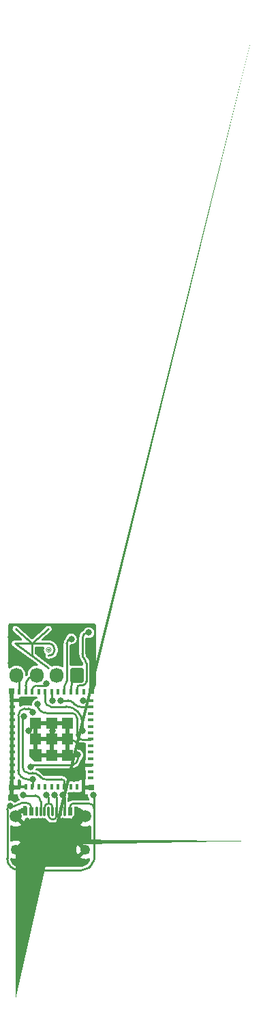
<source format=gbr>
%TF.GenerationSoftware,KiCad,Pcbnew,(6.0.2-0)*%
%TF.CreationDate,2022-03-05T14:11:11+00:00*%
%TF.ProjectId,Generic5,47656e65-7269-4633-952e-6b696361645f,1*%
%TF.SameCoordinates,Original*%
%TF.FileFunction,Copper,L1,Top*%
%TF.FilePolarity,Positive*%
%FSLAX46Y46*%
G04 Gerber Fmt 4.6, Leading zero omitted, Abs format (unit mm)*
G04 Created by KiCad (PCBNEW (6.0.2-0)) date 2022-03-05 14:11:11*
%MOMM*%
%LPD*%
G01*
G04 APERTURE LIST*
G04 Aperture macros list*
%AMRoundRect*
0 Rectangle with rounded corners*
0 $1 Rounding radius*
0 $2 $3 $4 $5 $6 $7 $8 $9 X,Y pos of 4 corners*
0 Add a 4 corners polygon primitive as box body*
4,1,4,$2,$3,$4,$5,$6,$7,$8,$9,$2,$3,0*
0 Add four circle primitives for the rounded corners*
1,1,$1+$1,$2,$3*
1,1,$1+$1,$4,$5*
1,1,$1+$1,$6,$7*
1,1,$1+$1,$8,$9*
0 Add four rect primitives between the rounded corners*
20,1,$1+$1,$2,$3,$4,$5,0*
20,1,$1+$1,$4,$5,$6,$7,0*
20,1,$1+$1,$6,$7,$8,$9,0*
20,1,$1+$1,$8,$9,$2,$3,0*%
%AMOutline5P*
0 Free polygon, 5 corners , with rotation*
0 The origin of the aperture is its center*
0 number of corners: always 5*
0 $1 to $10 corner X, Y*
0 $11 Rotation angle, in degrees counterclockwise*
0 create outline with 5 corners*
4,1,5,$1,$2,$3,$4,$5,$6,$7,$8,$9,$10,$1,$2,$11*%
%AMOutline6P*
0 Free polygon, 6 corners , with rotation*
0 The origin of the aperture is its center*
0 number of corners: always 6*
0 $1 to $12 corner X, Y*
0 $13 Rotation angle, in degrees counterclockwise*
0 create outline with 6 corners*
4,1,6,$1,$2,$3,$4,$5,$6,$7,$8,$9,$10,$11,$12,$1,$2,$13*%
%AMOutline7P*
0 Free polygon, 7 corners , with rotation*
0 The origin of the aperture is its center*
0 number of corners: always 7*
0 $1 to $14 corner X, Y*
0 $15 Rotation angle, in degrees counterclockwise*
0 create outline with 7 corners*
4,1,7,$1,$2,$3,$4,$5,$6,$7,$8,$9,$10,$11,$12,$13,$14,$1,$2,$15*%
%AMOutline8P*
0 Free polygon, 8 corners , with rotation*
0 The origin of the aperture is its center*
0 number of corners: always 8*
0 $1 to $16 corner X, Y*
0 $17 Rotation angle, in degrees counterclockwise*
0 create outline with 8 corners*
4,1,8,$1,$2,$3,$4,$5,$6,$7,$8,$9,$10,$11,$12,$13,$14,$15,$16,$1,$2,$17*%
%AMFreePoly0*
4,1,136,3.383385,4.221938,3.559722,4.168447,3.722236,4.081581,3.864680,3.964680,3.981581,3.822236,4.068447,3.659722,4.121938,3.483385,4.125213,3.450138,4.182769,3.539508,4.186818,3.554319,4.232803,3.599839,4.295387,3.616268,4.357802,3.599205,4.403322,3.553220,4.419751,3.490636,4.402688,3.428221,4.402685,3.428218,4.172864,3.069999,4.056927,2.918726,3.981581,2.777764,
3.864680,2.635320,3.750000,2.541204,3.750000,0.022998,4.066621,-0.229499,4.408387,-0.546611,4.440740,-0.602647,4.440740,-0.667351,4.408387,-0.723387,4.352351,-0.755740,4.287647,-0.755740,4.231611,-0.723387,4.223834,-0.709917,3.889556,-0.400914,3.520256,-0.109781,3.483169,-0.085000,2.500000,-0.085000,2.500000,-1.185000,3.750000,-1.185000,3.750000,-2.745000,-3.750000,-2.745000,
-3.750000,-1.185000,-2.500000,-1.185000,-2.500000,-0.085000,-3.483168,-0.085000,-3.520257,-0.109782,-3.889557,-0.400914,-4.223835,-0.709917,-4.231612,-0.723388,-4.287648,-0.755741,-4.352352,-0.755741,-4.408388,-0.723388,-4.440741,-0.667352,-4.440741,-0.602648,-4.408388,-0.546612,-4.066622,-0.229500,-3.750000,0.022998,-3.750000,2.541204,-3.864680,2.635320,-3.981581,2.777764,-4.057059,2.918973,
-4.182136,3.083248,-4.410822,3.442198,-4.427688,3.504666,-4.411060,3.567198,-4.365394,3.613038,-4.302926,3.629904,-4.240394,3.613276,-4.194554,3.567610,-4.190552,3.552787,-4.125171,3.450557,-4.121938,3.483385,-4.068447,3.659722,-3.981581,3.822236,-3.864680,3.964680,-3.722236,4.081581,-3.559722,4.168447,-3.383385,4.221938,-3.200000,4.240000,-3.137500,4.223253,-3.091747,4.177500,
-3.075000,4.115000,-3.091747,4.052500,-3.137500,4.006747,-3.200000,3.990000,-3.211471,3.993074,-3.354511,3.976957,-3.501274,3.925602,-3.632930,3.842877,-3.742877,3.732930,-3.825602,3.601274,-3.876957,3.454511,-3.894366,3.300000,-3.876957,3.145489,-3.839657,3.038894,-3.713800,2.875371,-3.594054,2.745000,-2.998152,2.745000,-3.015000,3.045000,-2.998253,3.107500,-2.952500,3.153253,
-2.890000,3.170000,-2.827500,3.153253,-2.781747,3.107500,-2.765000,3.045000,-2.768849,3.030634,-2.752213,2.745000,2.752213,2.745000,2.768849,3.030634,2.765000,3.045000,2.781747,3.107500,2.827500,3.153253,2.890000,3.170000,2.952500,3.153253,2.998253,3.107500,3.015000,3.045000,2.998152,2.745000,3.594234,2.745000,3.703871,2.863608,3.839648,3.038866,3.876957,3.145489,
3.894366,3.300000,3.876957,3.454511,3.825602,3.601274,3.742877,3.732930,3.632930,3.842877,3.501274,3.925602,3.354511,3.976957,3.211471,3.993074,3.200000,3.990000,3.137500,4.006747,3.091747,4.052500,3.075000,4.115000,3.091747,4.177500,3.137500,4.223253,3.200000,4.240000,3.383385,4.221938,3.383385,4.221938,$1*%
G04 Aperture macros list end*
%TA.AperFunction,EtchedComponent*%
%ADD10C,0.080000*%
%TD*%
%TA.AperFunction,EtchedComponent*%
%ADD11C,0.250000*%
%TD*%
%TA.AperFunction,SMDPad,CuDef*%
%ADD12R,0.400000X0.800000*%
%TD*%
%TA.AperFunction,SMDPad,CuDef*%
%ADD13R,0.800000X0.400000*%
%TD*%
%TA.AperFunction,SMDPad,CuDef*%
%ADD14R,1.450000X1.450000*%
%TD*%
%TA.AperFunction,SMDPad,CuDef*%
%ADD15Outline5P,-0.725000X0.130500X-0.130500X0.725000X0.725000X0.725000X0.725000X-0.725000X-0.725000X-0.725000X90.000000*%
%TD*%
%TA.AperFunction,SMDPad,CuDef*%
%ADD16R,0.700000X0.700000*%
%TD*%
%TA.AperFunction,SMDPad,CuDef*%
%ADD17R,0.600000X1.140000*%
%TD*%
%TA.AperFunction,SMDPad,CuDef*%
%ADD18RoundRect,0.075000X-0.075000X-0.495000X0.075000X-0.495000X0.075000X0.495000X-0.075000X0.495000X0*%
%TD*%
%TA.AperFunction,SMDPad,CuDef*%
%ADD19R,5.000000X5.490000*%
%TD*%
%TA.AperFunction,ComponentPad*%
%ADD20C,1.250000*%
%TD*%
%TA.AperFunction,ComponentPad*%
%ADD21C,1.500000*%
%TD*%
%TA.AperFunction,ComponentPad*%
%ADD22C,0.670000*%
%TD*%
%TA.AperFunction,SMDPad,CuDef*%
%ADD23FreePoly0,0.000000*%
%TD*%
%TA.AperFunction,ComponentPad*%
%ADD24RoundRect,0.250000X0.600000X0.675000X-0.600000X0.675000X-0.600000X-0.675000X0.600000X-0.675000X0*%
%TD*%
%TA.AperFunction,ComponentPad*%
%ADD25O,1.700000X1.850000*%
%TD*%
%TA.AperFunction,ViaPad*%
%ADD26C,0.800000*%
%TD*%
%TA.AperFunction,Conductor*%
%ADD27C,0.250000*%
%TD*%
G04 APERTURE END LIST*
D10*
%TO.C,Logo1*%
X154310000Y-24470000D02*
G75*
G03*
X154310000Y-24470000I-300000J0D01*
G01*
X154010000Y-24450000D02*
G75*
G03*
X153850000Y-24450000I-80000J0D01*
G01*
D11*
X154000000Y-25200000D02*
G75*
G03*
X154000000Y-23700000I0J750000D01*
G01*
D10*
X154010000Y-24550000D02*
X154010000Y-24450000D01*
X153850000Y-24550000D02*
X154150000Y-24550000D01*
D11*
X149800000Y-23700000D02*
X154000000Y-23700000D01*
X149900000Y-21900000D02*
X151900000Y-23700000D01*
X151900000Y-23700000D02*
X151900000Y-25200000D01*
X151900000Y-23700000D02*
X154000000Y-21900000D01*
D10*
X153850000Y-24550000D02*
X153850000Y-24450000D01*
D11*
X149800000Y-23700000D02*
X154000000Y-26700000D01*
D10*
X154010000Y-24450000D02*
X154150000Y-24350000D01*
%TD*%
D12*
%TO.P,U1,1,GND*%
%TO.N,GND*%
X150350000Y-41450000D03*
%TO.P,U1,2,GND*%
X151150000Y-41450000D03*
%TO.P,U1,3,3V3*%
%TO.N,+3V3*%
X151950000Y-41450000D03*
%TO.P,U1,4,I36*%
%TO.N,unconnected-(U1-Pad4)*%
X152750000Y-41450000D03*
%TO.P,U1,5,I37*%
%TO.N,unconnected-(U1-Pad5)*%
X153550000Y-41450000D03*
%TO.P,U1,6,I38*%
%TO.N,unconnected-(U1-Pad6)*%
X154350000Y-41450000D03*
%TO.P,U1,7,I39*%
%TO.N,unconnected-(U1-Pad7)*%
X155150000Y-41450000D03*
%TO.P,U1,8,EN*%
%TO.N,EN*%
X155950000Y-41450000D03*
%TO.P,U1,9,I34*%
%TO.N,unconnected-(U1-Pad9)*%
X156750000Y-41450000D03*
%TO.P,U1,10,I35*%
%TO.N,unconnected-(U1-Pad10)*%
X157550000Y-41450000D03*
%TO.P,U1,11,GND*%
%TO.N,GND*%
X158350000Y-41450000D03*
D13*
%TO.P,U1,12,IO32*%
%TO.N,unconnected-(U1-Pad12)*%
X159250000Y-40350000D03*
%TO.P,U1,13,IO33*%
%TO.N,unconnected-(U1-Pad13)*%
X159250000Y-39550000D03*
%TO.P,U1,14,GND*%
%TO.N,GND*%
X159250000Y-38750000D03*
%TO.P,U1,15,IO25*%
%TO.N,unconnected-(U1-Pad15)*%
X159250000Y-37950000D03*
%TO.P,U1,16,IO26*%
%TO.N,unconnected-(U1-Pad16)*%
X159250000Y-37150000D03*
%TO.P,U1,17,IO27*%
%TO.N,unconnected-(U1-Pad17)*%
X159250000Y-36350000D03*
%TO.P,U1,18,IO14*%
%TO.N,FET*%
X159250000Y-35550000D03*
%TO.P,U1,19,IO12*%
%TO.N,unconnected-(U1-Pad19)*%
X159250000Y-34750000D03*
%TO.P,U1,20,IO13*%
%TO.N,unconnected-(U1-Pad20)*%
X159250000Y-33950000D03*
%TO.P,U1,21,IO15*%
%TO.N,unconnected-(U1-Pad21)*%
X159250000Y-33150000D03*
%TO.P,U1,22,IO2*%
%TO.N,unconnected-(U1-Pad22)*%
X159250000Y-32350000D03*
%TO.P,U1,23,IO0*%
%TO.N,GPIO0*%
X159250000Y-31550000D03*
%TO.P,U1,24,IO4*%
%TO.N,B*%
X159250000Y-30750000D03*
D12*
%TO.P,U1,25,NC*%
%TO.N,unconnected-(U1-Pad25)*%
X158350000Y-29650000D03*
%TO.P,U1,26,IO20*%
%TO.N,R*%
X157550000Y-29650000D03*
%TO.P,U1,27,IO7*%
%TO.N,IO1*%
X156750000Y-29650000D03*
%TO.P,U1,28,IO8*%
%TO.N,G*%
X155950000Y-29650000D03*
%TO.P,U1,29,IO5*%
%TO.N,unconnected-(U1-Pad29)*%
X155150000Y-29650000D03*
%TO.P,U1,30,RXD0*%
%TO.N,I*%
X154350000Y-29650000D03*
%TO.P,U1,31,TXD0*%
%TO.N,O*%
X153550000Y-29650000D03*
%TO.P,U1,32,NC*%
%TO.N,unconnected-(U1-Pad32)*%
X152750000Y-29650000D03*
%TO.P,U1,33,IO19*%
%TO.N,IO2*%
X151950000Y-29650000D03*
%TO.P,U1,34,IO22*%
%TO.N,IO3*%
X151150000Y-29650000D03*
%TO.P,U1,35,IO21*%
%TO.N,IO4*%
X150350000Y-29650000D03*
D13*
%TO.P,U1,36,GND*%
%TO.N,GND*%
X149450000Y-30750000D03*
%TO.P,U1,37,GND*%
X149450000Y-31550000D03*
%TO.P,U1,38,GND*%
X149450000Y-32350000D03*
%TO.P,U1,39,GND*%
X149450000Y-33150000D03*
%TO.P,U1,40,GND*%
X149450000Y-33950000D03*
%TO.P,U1,41,GND*%
X149450000Y-34750000D03*
%TO.P,U1,42,GND*%
X149450000Y-35550000D03*
%TO.P,U1,43,GND*%
X149450000Y-36350000D03*
%TO.P,U1,44,GND*%
X149450000Y-37150000D03*
%TO.P,U1,45,GND*%
X149450000Y-37950000D03*
%TO.P,U1,46,GND*%
X149450000Y-38750000D03*
%TO.P,U1,47,GND*%
X149450000Y-39550000D03*
%TO.P,U1,48,GND*%
X149450000Y-40350000D03*
D14*
%TO.P,U1,49,GND*%
X154350000Y-35550000D03*
X154350000Y-33575000D03*
X152375000Y-35550000D03*
D15*
X152375000Y-37525000D03*
D14*
X154350000Y-37525000D03*
X156325000Y-35550000D03*
X156325000Y-37525000D03*
X156325000Y-33575000D03*
X152375000Y-33575000D03*
D16*
%TO.P,U1,50,GND*%
X149400000Y-29600000D03*
%TO.P,U1,51,GND*%
X159300000Y-29600000D03*
%TO.P,U1,52,GND*%
X159300000Y-41500000D03*
%TO.P,U1,53,GND*%
X149400000Y-41500000D03*
%TD*%
D17*
%TO.P,J2,A1,GND*%
%TO.N,GND*%
X151050000Y-44490000D03*
%TO.P,J2,A4,VBUS*%
%TO.N,VBUS*%
X151850000Y-44490000D03*
D18*
%TO.P,J2,A5,CC1*%
%TO.N,Net-(J2-PadA5)*%
X153000000Y-44490000D03*
%TO.P,J2,A6,D+*%
%TO.N,Net-(J2-PadA6)*%
X154000000Y-44490000D03*
%TO.P,J2,A7,D-*%
%TO.N,Net-(J2-PadA7)*%
X154500000Y-44490000D03*
%TO.P,J2,A8,SBU1*%
%TO.N,unconnected-(J2-PadA8)*%
X155500000Y-44490000D03*
D17*
%TO.P,J2,A9,VBUS*%
%TO.N,VBUS*%
X156650000Y-44490000D03*
%TO.P,J2,A12,GND*%
%TO.N,GND*%
X157450000Y-44490000D03*
%TO.P,J2,B1,GND*%
X157450000Y-44490000D03*
%TO.P,J2,B4,VBUS*%
%TO.N,VBUS*%
X156650000Y-44490000D03*
D18*
%TO.P,J2,B5,CC2*%
%TO.N,Net-(J2-PadB5)*%
X156000000Y-44490000D03*
%TO.P,J2,B6,D+*%
%TO.N,Net-(J2-PadA6)*%
X155000000Y-44490000D03*
%TO.P,J2,B7,D-*%
%TO.N,Net-(J2-PadA7)*%
X153500000Y-44490000D03*
%TO.P,J2,B8,SBU2*%
%TO.N,unconnected-(J2-PadB8)*%
X152500000Y-44490000D03*
D17*
%TO.P,J2,B9,VBUS*%
%TO.N,VBUS*%
X151850000Y-44490000D03*
%TO.P,J2,B12,GND*%
%TO.N,GND*%
X151050000Y-44490000D03*
D19*
%TO.P,J2,S1,SHIELD*%
X154250000Y-48605000D03*
D20*
X149930000Y-49240000D03*
D21*
X158570000Y-45070000D03*
X149930000Y-45070000D03*
D22*
X157140000Y-45560000D03*
X151360000Y-45560000D03*
D23*
X154250000Y-48605000D03*
D20*
X158570000Y-49240000D03*
%TD*%
D24*
%TO.P,J1,1,Pin_1*%
%TO.N,IO1*%
X157500000Y-27600000D03*
D25*
%TO.P,J1,2,Pin_2*%
%TO.N,Net-(J1-Pad2)*%
X155000000Y-27600000D03*
%TO.P,J1,3,Pin_3*%
%TO.N,IO3*%
X152500000Y-27600000D03*
%TO.P,J1,4,Pin_4*%
%TO.N,IO4*%
X150000000Y-27600000D03*
%TD*%
D26*
%TO.N,GND*%
X149300000Y-26100000D03*
X158000000Y-42500000D03*
X159100000Y-23700000D03*
X149300000Y-22900000D03*
X154500000Y-34500000D03*
X149696389Y-42874208D03*
X156704194Y-39622760D03*
X151500000Y-34500000D03*
%TO.N,VBUS*%
X149250550Y-43830717D03*
X159550500Y-42500000D03*
%TO.N,+3V3*%
X152000000Y-32250498D03*
X152000000Y-40500000D03*
%TO.N,IO2*%
X153750000Y-28650498D03*
%TO.N,FET*%
X152600000Y-31200000D03*
%TO.N,Net-(J2-PadA7)*%
X153750000Y-42500000D03*
%TO.N,Net-(J2-PadA6)*%
X154750000Y-42500000D03*
%TO.N,Net-(J2-PadB5)*%
X155750000Y-42500000D03*
%TO.N,R*%
X158975500Y-22331283D03*
%TO.N,G*%
X156825020Y-23124520D03*
%TO.N,B*%
X158250000Y-30750000D03*
%TO.N,EN*%
X150945533Y-32699021D03*
%TO.N,GPIO0*%
X155500000Y-30750000D03*
%TO.N,I*%
X154500000Y-30750000D03*
%TO.N,O*%
X158224500Y-34500000D03*
%TO.N,Net-(R11-Pad2)*%
X157649502Y-37500000D03*
X151750000Y-39000000D03*
%TO.N,Net-(J2-PadA5)*%
X150842521Y-42467345D03*
%TD*%
D27*
%TO.N,GND*%
X159600000Y-21300000D02*
G75*
G02*
X159700000Y-21400000I1J-99999D01*
G01*
X159600000Y-21300000D02*
X149200000Y-21300000D01*
X149100000Y-21400000D02*
G75*
G02*
X149200000Y-21300000I99999J1D01*
G01*
X149300000Y-22900000D02*
G75*
G02*
X149100000Y-22700000I1J200001D01*
G01*
X159700000Y-23700000D02*
X159700000Y-21400000D01*
X149100000Y-21400000D02*
X149100000Y-22700000D01*
X149691843Y-42869662D02*
X149696389Y-42874208D01*
X159100000Y-23700000D02*
X159700000Y-23700000D01*
X149400000Y-41500000D02*
X149400000Y-42600000D01*
X149562600Y-42869662D02*
X149691843Y-42869662D01*
X152375000Y-33575000D02*
X152375000Y-33625000D01*
X158400000Y-37082842D02*
X158400000Y-41329290D01*
X152375000Y-33625000D02*
X151500000Y-34500000D01*
X157733363Y-36133363D02*
X158200000Y-36600000D01*
X159300000Y-29600000D02*
X159417157Y-29482843D01*
X159700000Y-28800000D02*
X159700000Y-23700000D01*
X159700000Y-28800000D02*
G75*
G02*
X159417157Y-29482843I-965680J-2D01*
G01*
X149562600Y-42869661D02*
G75*
G02*
X149400001Y-42600000I146624J272263D01*
G01*
X158350000Y-41450000D02*
G75*
G03*
X158400000Y-41329290I-120713J120712D01*
G01*
X157733363Y-36133363D02*
G75*
G03*
X156325000Y-35550000I-1408362J-1408360D01*
G01*
X158400000Y-37082842D02*
G75*
G03*
X158200000Y-36600000I-682850J-4D01*
G01*
%TO.N,VBUS*%
X150275262Y-51750000D02*
X157850000Y-51750000D01*
X157978194Y-51747873D02*
X158231972Y-51711385D01*
X159533664Y-50583463D02*
X159605896Y-50337461D01*
X156650000Y-44490000D02*
X156650000Y-43950000D01*
X159644511Y-49955489D02*
X159644511Y-42726962D01*
X159120644Y-51226133D02*
X159288543Y-51032368D01*
X151850000Y-44490000D02*
X151850000Y-44050000D01*
X157850000Y-51750000D02*
X157978194Y-51747873D01*
X159605896Y-50337461D02*
X159642384Y-50083683D01*
X159000000Y-43500000D02*
X157100000Y-43500000D01*
X148855489Y-44225778D02*
X148855489Y-50330227D01*
X158711192Y-51532645D02*
X158926879Y-51394032D01*
X159427156Y-50816681D02*
X159533664Y-50583463D01*
X159642384Y-50083683D02*
X159644511Y-49955489D01*
X149250550Y-43830717D02*
X149727599Y-43830717D01*
X159644511Y-42726962D02*
X159643672Y-42684816D01*
X158477974Y-51639153D02*
X158711192Y-51532645D01*
X159579709Y-42530395D02*
X159550500Y-42500000D01*
X159288543Y-51032368D02*
X159427156Y-50816681D01*
X150767441Y-43400000D02*
X151200000Y-43400000D01*
X159643672Y-42684816D02*
X159621855Y-42603395D01*
X159621855Y-42603395D02*
X159579709Y-42530395D01*
X158231972Y-51711385D02*
X158477974Y-51639153D01*
X158926879Y-51394032D02*
X159120644Y-51226133D01*
X150767441Y-43400000D02*
G75*
G03*
X150295489Y-43595489I0J-667440D01*
G01*
X151200000Y-43400000D02*
G75*
G02*
X151850000Y-44050000I-1J-650001D01*
G01*
X150295489Y-43595489D02*
G75*
G02*
X149727599Y-43830717I-567891J567891D01*
G01*
X159000000Y-43500000D02*
G75*
G02*
X159644511Y-44144511I0J-644511D01*
G01*
X148855489Y-44225778D02*
G75*
G02*
X149250550Y-43830717I395062J-1D01*
G01*
X157100000Y-43500000D02*
G75*
G03*
X156650000Y-43950000I0J-450000D01*
G01*
X150275262Y-51750000D02*
G75*
G02*
X148855489Y-50330227I0J1419773D01*
G01*
%TO.N,+3V3*%
X151006436Y-31751638D02*
X151248362Y-31751638D01*
X150221032Y-39378968D02*
X150221032Y-32621032D01*
X151501140Y-31751638D02*
X151248362Y-31751638D01*
X152000000Y-41400000D02*
X151950000Y-41450000D01*
X152000000Y-40500000D02*
X151342064Y-40500000D01*
X152000000Y-40500000D02*
X152000000Y-41400000D01*
X151501140Y-31751638D02*
G75*
G02*
X152000000Y-32250498I-1J-498861D01*
G01*
X150221032Y-39378968D02*
G75*
G03*
X151342064Y-40500000I1121033J1D01*
G01*
X151006436Y-31751638D02*
G75*
G03*
X150221032Y-32621032I90606J-871314D01*
G01*
%TO.N,IO2*%
X153500498Y-28900000D02*
X152500000Y-28900000D01*
X151950000Y-29450000D02*
X151950000Y-29650000D01*
X153750000Y-28650498D02*
X153500498Y-28900000D01*
X151950000Y-29450000D02*
G75*
G02*
X152500000Y-28900000I549999J1D01*
G01*
%TO.N,IO1*%
X156750000Y-29650000D02*
X156750000Y-29410660D01*
X157500000Y-27600000D02*
G75*
G03*
X156750000Y-29410660I1810664J-1810662D01*
G01*
%TO.N,IO4*%
X150350000Y-29650000D02*
X150350000Y-27950000D01*
X150000000Y-27600000D02*
G75*
G02*
X150350000Y-27950000I-1J-350001D01*
G01*
%TO.N,IO3*%
X151150000Y-29650000D02*
X151150000Y-28950000D01*
X152500000Y-27600000D02*
G75*
G03*
X151150000Y-28950000I1J-1350001D01*
G01*
%TO.N,FET*%
X156900000Y-32300000D02*
X156400000Y-32300000D01*
X157500000Y-34900000D02*
X157500000Y-32900000D01*
X157500000Y-35000000D02*
X157500000Y-34900000D01*
X156400000Y-32300000D02*
X153700000Y-32300000D01*
X159200000Y-35600000D02*
X158100000Y-35600000D01*
X152600000Y-31200000D02*
G75*
G03*
X153700000Y-32300000I1100002J2D01*
G01*
X157500000Y-35000000D02*
G75*
G03*
X158100000Y-35600000I600000J0D01*
G01*
X159200000Y-35600000D02*
G75*
G03*
X159250000Y-35550000I-1J50001D01*
G01*
X156900000Y-32300000D02*
G75*
G02*
X157500000Y-32900000I0J-600000D01*
G01*
%TO.N,Net-(J2-PadA7)*%
X154500000Y-44000000D02*
X154500000Y-44490000D01*
X153500000Y-44490000D02*
X153500000Y-44000000D01*
X154000000Y-43500000D02*
X154000000Y-42750000D01*
X153750000Y-42500000D02*
G75*
G02*
X154000000Y-42750000I1J-249999D01*
G01*
X154500000Y-44000000D02*
G75*
G03*
X154000000Y-43500000I-500001J-1D01*
G01*
X154000000Y-43500000D02*
G75*
G03*
X153500000Y-44000000I1J-500001D01*
G01*
%TO.N,Net-(J2-PadA6)*%
X154000000Y-44490000D02*
X154000000Y-45000000D01*
X155000000Y-42750000D02*
X155000000Y-44490000D01*
X155000000Y-45000000D02*
X155000000Y-44490000D01*
X155000000Y-45000000D02*
G75*
G02*
X154500000Y-45500000I-500001J1D01*
G01*
X154500000Y-45500000D02*
G75*
G02*
X154000000Y-45000000I1J500001D01*
G01*
X155000000Y-42750000D02*
G75*
G03*
X154750000Y-42500000I-249999J1D01*
G01*
%TO.N,Net-(J2-PadB5)*%
X156000000Y-44490000D02*
X156000000Y-42750000D01*
X155750000Y-42500000D02*
G75*
G02*
X156000000Y-42750000I1J-249999D01*
G01*
%TO.N,R*%
X158250480Y-28849520D02*
X157900480Y-28849520D01*
X157550000Y-29200000D02*
X157550000Y-29650000D01*
X158975500Y-22331283D02*
X158868717Y-22331283D01*
X158674520Y-26121328D02*
X158674520Y-28425480D01*
X158200000Y-23000000D02*
X158200000Y-24975736D01*
X158674519Y-26121328D02*
G75*
G03*
X158499999Y-25700001I-595844J1D01*
G01*
X158250480Y-28849520D02*
G75*
G03*
X158674520Y-28425480I2J424038D01*
G01*
X157550000Y-29200000D02*
G75*
G02*
X157900480Y-28849520I350479J1D01*
G01*
X158500000Y-25700000D02*
G75*
G02*
X158200000Y-24975736I724274J724268D01*
G01*
X158200000Y-23000000D02*
G75*
G02*
X158868717Y-22331283I668718J-1D01*
G01*
%TO.N,G*%
X155950000Y-29650000D02*
X155950000Y-29062132D01*
X156250000Y-28337868D02*
X156250000Y-26150000D01*
X156250000Y-23699540D02*
X156250000Y-26150000D01*
X156249999Y-28337868D02*
G75*
G02*
X156100000Y-28700000I-512125J-3D01*
G01*
X156100000Y-28700000D02*
G75*
G03*
X155950000Y-29062132I362137J-362134D01*
G01*
X156250000Y-23699540D02*
G75*
G02*
X156825020Y-23124520I575018J2D01*
G01*
%TO.N,B*%
X159250000Y-30750000D02*
X158250000Y-30750000D01*
%TO.N,EN*%
X155950000Y-40800000D02*
X155950000Y-41450000D01*
X150775499Y-39050099D02*
X150775499Y-33109519D01*
X151449901Y-39724501D02*
X152025499Y-39724501D01*
X152791994Y-40041993D02*
X153000000Y-40250000D01*
X153603553Y-40500000D02*
X155650000Y-40500000D01*
X151449901Y-39724501D02*
G75*
G02*
X150775499Y-39050099I1J674403D01*
G01*
X152791994Y-40041993D02*
G75*
G03*
X152025499Y-39724501I-766497J-766503D01*
G01*
X153603553Y-40500000D02*
G75*
G02*
X153000000Y-40250000I0J853552D01*
G01*
X150945533Y-32699021D02*
G75*
G03*
X150775499Y-33109519I410493J-410496D01*
G01*
X155950000Y-40800000D02*
G75*
G03*
X155650000Y-40500000I-300000J0D01*
G01*
%TO.N,GPIO0*%
X157000000Y-31000000D02*
X157196446Y-31196446D01*
X155500000Y-30750000D02*
X156396447Y-30750000D01*
X159250000Y-31550000D02*
X158050000Y-31550000D01*
X158050000Y-31550000D02*
G75*
G02*
X157196446Y-31196446I2J1207111D01*
G01*
X157000000Y-31000000D02*
G75*
G03*
X156396447Y-30750000I-603555J-603556D01*
G01*
%TO.N,I*%
X154350000Y-29650000D02*
X154350000Y-30600000D01*
X154350000Y-30600000D02*
X154500000Y-30750000D01*
%TO.N,O*%
X158198041Y-34473541D02*
X158224500Y-34500000D01*
X154250000Y-31500000D02*
X156151472Y-31500000D01*
X153550000Y-29650000D02*
X153550000Y-30800000D01*
X158198041Y-33414389D02*
X158198041Y-34473541D01*
X158198041Y-33414389D02*
G75*
G03*
X157600000Y-32100000I-2062565J-145210D01*
G01*
X154250000Y-31500000D02*
G75*
G02*
X153550000Y-30800000I-1J699999D01*
G01*
X157600000Y-32100000D02*
G75*
G03*
X156151472Y-31500000I-1448530J-1448532D01*
G01*
%TO.N,Net-(R11-Pad2)*%
X156750000Y-38750000D02*
X152000000Y-38750000D01*
X157649502Y-37500000D02*
X157649502Y-37850498D01*
X151750000Y-39000000D02*
G75*
G02*
X152000000Y-38750000I249999J1D01*
G01*
X156750000Y-38750000D02*
G75*
G03*
X157649502Y-37850498I0J899502D01*
G01*
%TO.N,Net-(J2-PadA5)*%
X153000000Y-44490000D02*
X153000000Y-43250000D01*
X150877141Y-42501965D02*
X150842521Y-42467345D01*
X152334283Y-42501965D02*
X150877141Y-42501965D01*
X152334283Y-42501966D02*
G75*
G02*
X152999999Y-43250000I-89753J-750122D01*
G01*
%TD*%
%TA.AperFunction,Conductor*%
%TO.N,GND*%
G36*
X151179919Y-43781051D02*
G01*
X151189208Y-43782522D01*
X151253361Y-43812932D01*
X151290890Y-43873200D01*
X151295500Y-43906971D01*
X151295501Y-44486412D01*
X151295501Y-44618000D01*
X151275499Y-44686121D01*
X151221843Y-44732614D01*
X151169501Y-44744000D01*
X150633326Y-44744000D01*
X150607681Y-44751530D01*
X150302021Y-45057189D01*
X150294408Y-45071132D01*
X150294539Y-45072966D01*
X150298790Y-45079580D01*
X150968391Y-45749180D01*
X150980161Y-45755607D01*
X150992176Y-45746311D01*
X151020466Y-45705907D01*
X151025946Y-45696417D01*
X151051904Y-45640749D01*
X151098821Y-45587464D01*
X151166099Y-45567999D01*
X151394669Y-45567999D01*
X151401490Y-45567629D01*
X151452352Y-45562105D01*
X151467604Y-45558479D01*
X151588054Y-45513324D01*
X151603649Y-45504786D01*
X151705724Y-45428285D01*
X151718281Y-45415728D01*
X151756348Y-45364935D01*
X151813208Y-45322420D01*
X151857175Y-45314500D01*
X152163177Y-45314499D01*
X152175066Y-45314499D01*
X152249301Y-45299734D01*
X152249782Y-45302153D01*
X152303294Y-45296404D01*
X152320298Y-45301803D01*
X152320412Y-45301411D01*
X152329671Y-45304110D01*
X152338404Y-45308182D01*
X152347957Y-45309440D01*
X152347958Y-45309440D01*
X152373858Y-45312850D01*
X152386392Y-45314500D01*
X152613608Y-45314500D01*
X152661596Y-45308182D01*
X152696752Y-45291789D01*
X152766942Y-45281128D01*
X152803246Y-45291788D01*
X152838404Y-45308182D01*
X152886392Y-45314500D01*
X153113608Y-45314500D01*
X153161596Y-45308182D01*
X153196752Y-45291789D01*
X153266942Y-45281128D01*
X153303246Y-45291788D01*
X153338404Y-45308182D01*
X153386392Y-45314500D01*
X153595327Y-45314500D01*
X153663448Y-45334502D01*
X153706449Y-45381103D01*
X153765184Y-45490988D01*
X153875090Y-45624910D01*
X154009012Y-45734816D01*
X154034529Y-45748455D01*
X154156343Y-45813567D01*
X154156346Y-45813568D01*
X154161801Y-45816484D01*
X154327587Y-45866775D01*
X154488371Y-45882611D01*
X154494734Y-45883427D01*
X154495109Y-45883456D01*
X154499999Y-45884231D01*
X154500001Y-45884231D01*
X154504891Y-45883456D01*
X154505266Y-45883427D01*
X154511629Y-45882611D01*
X154672413Y-45866775D01*
X154838199Y-45816484D01*
X154843654Y-45813568D01*
X154843657Y-45813567D01*
X154965471Y-45748455D01*
X154990988Y-45734816D01*
X155124910Y-45624910D01*
X155234816Y-45490988D01*
X155293551Y-45381103D01*
X155343304Y-45330455D01*
X155404673Y-45314500D01*
X155613608Y-45314500D01*
X155661596Y-45308182D01*
X155696752Y-45291789D01*
X155766942Y-45281128D01*
X155803246Y-45291788D01*
X155838404Y-45308182D01*
X155886392Y-45314500D01*
X156113608Y-45314500D01*
X156126142Y-45312850D01*
X156152042Y-45309440D01*
X156152043Y-45309440D01*
X156161596Y-45308182D01*
X156170329Y-45304110D01*
X156179588Y-45301411D01*
X156180343Y-45304001D01*
X156236031Y-45295545D01*
X156250129Y-45299353D01*
X156250699Y-45299734D01*
X156253882Y-45300367D01*
X156253889Y-45300369D01*
X156318223Y-45313165D01*
X156324933Y-45314500D01*
X156642826Y-45314500D01*
X156710944Y-45334501D01*
X156743651Y-45364934D01*
X156781718Y-45415727D01*
X156794276Y-45428285D01*
X156896351Y-45504786D01*
X156911946Y-45513324D01*
X157032394Y-45558478D01*
X157047649Y-45562105D01*
X157098514Y-45567631D01*
X157105328Y-45568000D01*
X157333901Y-45568000D01*
X157402022Y-45588002D01*
X157448095Y-45640749D01*
X157474052Y-45696412D01*
X157479534Y-45705907D01*
X157508411Y-45747149D01*
X157518887Y-45755523D01*
X157532334Y-45748455D01*
X158197979Y-45082811D01*
X158205592Y-45068868D01*
X158205461Y-45067034D01*
X158201210Y-45060421D01*
X157897597Y-44756808D01*
X157874141Y-44744000D01*
X157330500Y-44744000D01*
X157262379Y-44723998D01*
X157215886Y-44670342D01*
X157204500Y-44618000D01*
X157204499Y-44005500D01*
X157224501Y-43937379D01*
X157278157Y-43890886D01*
X157330499Y-43879500D01*
X157578000Y-43879500D01*
X157646121Y-43899502D01*
X157692614Y-43953158D01*
X157704000Y-44005500D01*
X157704000Y-44082235D01*
X157707237Y-44093260D01*
X157714330Y-44090021D01*
X157742686Y-44061665D01*
X157804998Y-44027639D01*
X157875813Y-44032704D01*
X157920876Y-44061665D01*
X158082399Y-44223188D01*
X158105861Y-44236000D01*
X158172000Y-44236000D01*
X158240121Y-44256002D01*
X158286614Y-44309658D01*
X158298000Y-44362000D01*
X158298000Y-44420674D01*
X158305531Y-44446321D01*
X158840115Y-44980905D01*
X158874141Y-45043217D01*
X158869076Y-45114032D01*
X158840115Y-45159095D01*
X158570000Y-45429210D01*
X157890824Y-46108387D01*
X157884394Y-46120162D01*
X157893690Y-46132176D01*
X157934088Y-46160464D01*
X157943584Y-46165947D01*
X158133113Y-46254326D01*
X158143405Y-46258072D01*
X158345401Y-46312196D01*
X158356196Y-46314099D01*
X158564525Y-46332326D01*
X158575475Y-46332326D01*
X158783804Y-46314099D01*
X158794599Y-46312196D01*
X158996595Y-46258072D01*
X159006887Y-46254326D01*
X159085761Y-46217546D01*
X159155952Y-46206885D01*
X159220765Y-46235865D01*
X159259622Y-46295284D01*
X159265011Y-46331741D01*
X159265011Y-48112063D01*
X159245009Y-48180184D01*
X159191353Y-48226677D01*
X159121079Y-48236781D01*
X159086690Y-48225877D01*
X159086575Y-48226165D01*
X159082615Y-48224585D01*
X159081804Y-48224328D01*
X159081203Y-48224022D01*
X158898531Y-48151143D01*
X158887504Y-48147876D01*
X158694605Y-48109506D01*
X158683159Y-48108303D01*
X158486507Y-48105730D01*
X158475027Y-48106633D01*
X158281199Y-48139938D01*
X158270079Y-48142918D01*
X158085557Y-48210992D01*
X158075179Y-48215942D01*
X157984146Y-48270101D01*
X157974547Y-48280436D01*
X157978033Y-48288823D01*
X158840115Y-49150905D01*
X158874141Y-49213217D01*
X158869076Y-49284032D01*
X158840115Y-49329095D01*
X157981237Y-50187973D01*
X157975041Y-50199319D01*
X157984923Y-50211809D01*
X158022259Y-50236756D01*
X158032371Y-50242247D01*
X158213081Y-50319885D01*
X158224014Y-50323437D01*
X158415844Y-50366845D01*
X158427253Y-50368347D01*
X158623783Y-50376068D01*
X158635265Y-50375466D01*
X158829905Y-50347245D01*
X158841101Y-50344557D01*
X159019188Y-50284104D01*
X159090123Y-50281148D01*
X159151396Y-50317011D01*
X159183553Y-50380308D01*
X159180592Y-50438894D01*
X159179726Y-50441843D01*
X159173442Y-50458694D01*
X159096968Y-50626146D01*
X159088353Y-50641924D01*
X158988832Y-50796782D01*
X158978058Y-50811173D01*
X158857509Y-50950294D01*
X158844803Y-50963001D01*
X158705679Y-51083553D01*
X158691298Y-51094318D01*
X158536433Y-51193844D01*
X158520657Y-51202458D01*
X158353209Y-51278930D01*
X158336374Y-51285209D01*
X158159735Y-51337074D01*
X158142191Y-51340891D01*
X157955794Y-51367691D01*
X157939967Y-51368955D01*
X157847866Y-51370483D01*
X157845776Y-51370500D01*
X150315050Y-51370500D01*
X150295339Y-51368949D01*
X150285056Y-51367320D01*
X150285055Y-51367320D01*
X150275262Y-51365769D01*
X150265467Y-51367321D01*
X150255551Y-51367321D01*
X150255551Y-51366946D01*
X150240613Y-51367469D01*
X150105596Y-51355656D01*
X150083977Y-51351844D01*
X149930114Y-51310616D01*
X149909477Y-51303105D01*
X149765116Y-51235788D01*
X149746096Y-51224806D01*
X149615614Y-51133442D01*
X149598789Y-51119324D01*
X149486165Y-51006700D01*
X149472047Y-50989876D01*
X149380683Y-50859395D01*
X149369701Y-50840374D01*
X149302384Y-50696012D01*
X149294872Y-50675374D01*
X149281681Y-50626146D01*
X149253645Y-50521512D01*
X149249832Y-50499889D01*
X149239211Y-50378490D01*
X149253200Y-50308885D01*
X149302600Y-50257892D01*
X149371726Y-50241702D01*
X149414469Y-50251740D01*
X149573081Y-50319885D01*
X149584014Y-50323437D01*
X149775844Y-50366845D01*
X149787253Y-50368347D01*
X149983783Y-50376068D01*
X149995265Y-50375466D01*
X150189905Y-50347245D01*
X150201101Y-50344557D01*
X150387343Y-50281336D01*
X150397840Y-50276662D01*
X150516401Y-50210266D01*
X150526264Y-50200189D01*
X150523309Y-50192519D01*
X149659885Y-49329095D01*
X149625859Y-49266783D01*
X149627694Y-49241132D01*
X150294408Y-49241132D01*
X150294539Y-49242965D01*
X150298790Y-49249580D01*
X150878603Y-49829393D01*
X150890983Y-49836153D01*
X150897563Y-49831227D01*
X150966662Y-49707840D01*
X150971336Y-49697343D01*
X151034557Y-49511101D01*
X151037245Y-49499905D01*
X151065762Y-49303224D01*
X151066392Y-49295843D01*
X151067757Y-49243704D01*
X151067514Y-49236305D01*
X151065647Y-49215980D01*
X157432914Y-49215980D01*
X157445777Y-49412233D01*
X157447577Y-49423601D01*
X157495991Y-49614228D01*
X157499829Y-49625066D01*
X157582173Y-49803685D01*
X157587922Y-49813642D01*
X157597850Y-49827690D01*
X157608439Y-49836078D01*
X157621740Y-49829050D01*
X158197978Y-49252812D01*
X158205592Y-49238868D01*
X158205461Y-49237035D01*
X158201210Y-49230420D01*
X157620031Y-48649241D01*
X157607651Y-48642481D01*
X157601685Y-48646947D01*
X157521452Y-48799445D01*
X157517047Y-48810079D01*
X157458724Y-48997910D01*
X157456332Y-49009164D01*
X157433215Y-49204479D01*
X157432914Y-49215980D01*
X151065647Y-49215980D01*
X151049330Y-49038397D01*
X151047233Y-49027083D01*
X150993846Y-48837789D01*
X150989724Y-48827050D01*
X150902736Y-48650656D01*
X150901577Y-48648765D01*
X150892732Y-48642126D01*
X150880312Y-48648898D01*
X150302022Y-49227188D01*
X150294408Y-49241132D01*
X149627694Y-49241132D01*
X149630924Y-49195968D01*
X149659885Y-49150905D01*
X150518407Y-48292383D01*
X150525167Y-48280003D01*
X150519137Y-48271948D01*
X150451459Y-48229246D01*
X150441211Y-48224025D01*
X150258531Y-48151143D01*
X150247504Y-48147876D01*
X150054605Y-48109506D01*
X150043159Y-48108303D01*
X149846507Y-48105730D01*
X149835027Y-48106633D01*
X149641199Y-48139938D01*
X149630079Y-48142918D01*
X149445557Y-48210992D01*
X149435185Y-48215939D01*
X149425413Y-48221753D01*
X149356643Y-48239393D01*
X149289252Y-48217053D01*
X149244638Y-48161826D01*
X149234989Y-48113468D01*
X149234989Y-46331741D01*
X149254991Y-46263620D01*
X149308647Y-46217127D01*
X149378921Y-46207023D01*
X149414239Y-46217546D01*
X149493113Y-46254326D01*
X149503405Y-46258072D01*
X149705401Y-46312196D01*
X149716196Y-46314099D01*
X149924525Y-46332326D01*
X149935475Y-46332326D01*
X150143804Y-46314099D01*
X150154599Y-46312196D01*
X150356595Y-46258072D01*
X150366887Y-46254326D01*
X150556416Y-46165947D01*
X150565912Y-46160464D01*
X150607148Y-46131590D01*
X150615523Y-46121113D01*
X150608455Y-46107667D01*
X149659884Y-45159095D01*
X149625859Y-45096783D01*
X149630924Y-45025967D01*
X149659885Y-44980905D01*
X149930000Y-44710790D01*
X150189188Y-44451601D01*
X150202000Y-44428139D01*
X150202000Y-44362000D01*
X150222002Y-44293879D01*
X150275658Y-44247386D01*
X150328000Y-44236000D01*
X150386674Y-44236000D01*
X150412319Y-44228470D01*
X150579124Y-44061665D01*
X150641436Y-44027639D01*
X150712251Y-44032704D01*
X150757314Y-44061665D01*
X150783190Y-44087541D01*
X150793276Y-44093048D01*
X150796000Y-44085744D01*
X150796000Y-43905500D01*
X150816002Y-43837379D01*
X150869658Y-43790886D01*
X150922000Y-43779500D01*
X151160211Y-43779500D01*
X151179919Y-43781051D01*
G37*
%TD.AperFunction*%
%TA.AperFunction,Conductor*%
G36*
X149596121Y-29366002D02*
G01*
X149642614Y-29419658D01*
X149654000Y-29472000D01*
X149654000Y-30479612D01*
X149651121Y-30506395D01*
X149650000Y-30511548D01*
X149650000Y-30531885D01*
X149654475Y-30547124D01*
X149655865Y-30548329D01*
X149663548Y-30550000D01*
X150339884Y-30550000D01*
X150355123Y-30545525D01*
X150356328Y-30544135D01*
X150357999Y-30536452D01*
X150357999Y-30505331D01*
X150357630Y-30498512D01*
X150351720Y-30444105D01*
X150364249Y-30374223D01*
X150412570Y-30322208D01*
X150476982Y-30304499D01*
X150575066Y-30304499D01*
X150617762Y-30296007D01*
X150637126Y-30292156D01*
X150637128Y-30292155D01*
X150649301Y-30289734D01*
X150659621Y-30282839D01*
X150659622Y-30282838D01*
X150679998Y-30269223D01*
X150747751Y-30248008D01*
X150820002Y-30269223D01*
X150840379Y-30282839D01*
X150840382Y-30282840D01*
X150850699Y-30289734D01*
X150924933Y-30304500D01*
X151149963Y-30304500D01*
X151375066Y-30304499D01*
X151417762Y-30296007D01*
X151437126Y-30292156D01*
X151437128Y-30292155D01*
X151449301Y-30289734D01*
X151459621Y-30282839D01*
X151459622Y-30282838D01*
X151479998Y-30269223D01*
X151547751Y-30248008D01*
X151620002Y-30269223D01*
X151640379Y-30282839D01*
X151640382Y-30282840D01*
X151650699Y-30289734D01*
X151724933Y-30304500D01*
X151949963Y-30304500D01*
X152175066Y-30304499D01*
X152217762Y-30296007D01*
X152237126Y-30292156D01*
X152237128Y-30292155D01*
X152249301Y-30289734D01*
X152259621Y-30282839D01*
X152259622Y-30282838D01*
X152279998Y-30269223D01*
X152347751Y-30248008D01*
X152420002Y-30269223D01*
X152440379Y-30282839D01*
X152440382Y-30282840D01*
X152450699Y-30289734D01*
X152509290Y-30301388D01*
X152572199Y-30334295D01*
X152607332Y-30395990D01*
X152603532Y-30466884D01*
X152562007Y-30524471D01*
X152514123Y-30547486D01*
X152377564Y-30580271D01*
X152377562Y-30580272D01*
X152370184Y-30582043D01*
X152229414Y-30654700D01*
X152110039Y-30758838D01*
X152018950Y-30888444D01*
X152004794Y-30924753D01*
X151977534Y-30994672D01*
X151961406Y-31036037D01*
X151960414Y-31043570D01*
X151960414Y-31043571D01*
X151946577Y-31148679D01*
X151940729Y-31193096D01*
X151945068Y-31232397D01*
X151950939Y-31285572D01*
X151938533Y-31355476D01*
X151890304Y-31407576D01*
X151821563Y-31425331D01*
X151789124Y-31419973D01*
X151734021Y-31403258D01*
X151673329Y-31384847D01*
X151580999Y-31375753D01*
X151572369Y-31374404D01*
X151567289Y-31372620D01*
X151561724Y-31372138D01*
X151550479Y-31372138D01*
X151538130Y-31371531D01*
X151522564Y-31369998D01*
X151512874Y-31369044D01*
X151512206Y-31368958D01*
X151512005Y-31368958D01*
X151509172Y-31368679D01*
X151501141Y-31367407D01*
X151481064Y-31370587D01*
X151461353Y-31372138D01*
X151019957Y-31372138D01*
X151013224Y-31371958D01*
X150976599Y-31369998D01*
X150966695Y-31369468D01*
X150958450Y-31371668D01*
X150955830Y-31372158D01*
X150955160Y-31372228D01*
X150953752Y-31372547D01*
X150770488Y-31406843D01*
X150770486Y-31406844D01*
X150765450Y-31407786D01*
X150760635Y-31409531D01*
X150760633Y-31409532D01*
X150708966Y-31428262D01*
X150572905Y-31477586D01*
X150568431Y-31480092D01*
X150568422Y-31480096D01*
X150545569Y-31492896D01*
X150476361Y-31508732D01*
X150409578Y-31484638D01*
X150366423Y-31428262D01*
X150357999Y-31382964D01*
X150357999Y-31305331D01*
X150357629Y-31298510D01*
X150352105Y-31247648D01*
X150348479Y-31232397D01*
X150334171Y-31194230D01*
X150328988Y-31123423D01*
X150334171Y-31105770D01*
X150348478Y-31067606D01*
X150352105Y-31052351D01*
X150357631Y-31001486D01*
X150358000Y-30994672D01*
X150358000Y-30968115D01*
X150353525Y-30952876D01*
X150352135Y-30951671D01*
X150344452Y-30950000D01*
X149668115Y-30950000D01*
X149652876Y-30954475D01*
X149651671Y-30955865D01*
X149650000Y-30963548D01*
X149650000Y-40587803D01*
X149654000Y-40615623D01*
X149654000Y-41227885D01*
X149658475Y-41243124D01*
X149659865Y-41244329D01*
X149667548Y-41246000D01*
X150131885Y-41246000D01*
X150147124Y-41241525D01*
X150148329Y-41240135D01*
X150150000Y-41232452D01*
X150150000Y-40628000D01*
X150170002Y-40559879D01*
X150223658Y-40513386D01*
X150276000Y-40502000D01*
X150296422Y-40502000D01*
X150364543Y-40522002D01*
X150371931Y-40527132D01*
X150499509Y-40622636D01*
X150542056Y-40679472D01*
X150550000Y-40723504D01*
X150550000Y-41231885D01*
X150554475Y-41247124D01*
X150555865Y-41248329D01*
X150563548Y-41250000D01*
X151224000Y-41250000D01*
X151292121Y-41270002D01*
X151338614Y-41323658D01*
X151350000Y-41376000D01*
X151350000Y-41524000D01*
X151329998Y-41592121D01*
X151276342Y-41638614D01*
X151224000Y-41650000D01*
X150316115Y-41650000D01*
X150300876Y-41654475D01*
X150298708Y-41656976D01*
X150265883Y-41717094D01*
X150203571Y-41751120D01*
X150176786Y-41754000D01*
X149672115Y-41754000D01*
X149656876Y-41758475D01*
X149655671Y-41759865D01*
X149654000Y-41767548D01*
X149654000Y-42339884D01*
X149658475Y-42355123D01*
X149659865Y-42356328D01*
X149667548Y-42357999D01*
X149794669Y-42357999D01*
X149801490Y-42357629D01*
X149852352Y-42352105D01*
X149867603Y-42348479D01*
X149905770Y-42334171D01*
X149976577Y-42328988D01*
X149994230Y-42334171D01*
X150032394Y-42348478D01*
X150047649Y-42352105D01*
X150072257Y-42354779D01*
X150137819Y-42382022D01*
X150178245Y-42440385D01*
X150183887Y-42466215D01*
X150199800Y-42610348D01*
X150200634Y-42617898D01*
X150203244Y-42625029D01*
X150203244Y-42625031D01*
X150248977Y-42750002D01*
X150255074Y-42766664D01*
X150259310Y-42772967D01*
X150259310Y-42772968D01*
X150335875Y-42886908D01*
X150343429Y-42898150D01*
X150353274Y-42907108D01*
X150356476Y-42910022D01*
X150393396Y-42970664D01*
X150391671Y-43041639D01*
X150351847Y-43100415D01*
X150319891Y-43119622D01*
X150295239Y-43129833D01*
X150295234Y-43129835D01*
X150290670Y-43131726D01*
X150150162Y-43217829D01*
X150099750Y-43260885D01*
X150042924Y-43309419D01*
X150035157Y-43315542D01*
X150031814Y-43317971D01*
X150031813Y-43317972D01*
X150023796Y-43323797D01*
X150017971Y-43331814D01*
X150010956Y-43338829D01*
X150010494Y-43338367D01*
X150000337Y-43349139D01*
X149972542Y-43371950D01*
X149952005Y-43385672D01*
X149900655Y-43413120D01*
X149877834Y-43422573D01*
X149869052Y-43425237D01*
X149798058Y-43425871D01*
X149746368Y-43393289D01*
X149745103Y-43394709D01*
X149682384Y-43338829D01*
X149626825Y-43289328D01*
X149619439Y-43285417D01*
X149573047Y-43260854D01*
X149486824Y-43215201D01*
X149333183Y-43176609D01*
X149325584Y-43176569D01*
X149325583Y-43176569D01*
X149259731Y-43176224D01*
X149174771Y-43175779D01*
X149167386Y-43177552D01*
X149155413Y-43180426D01*
X149084505Y-43176878D01*
X149026771Y-43135558D01*
X149000542Y-43069584D01*
X149000000Y-43057907D01*
X149000000Y-42484000D01*
X149020002Y-42415879D01*
X149073658Y-42369386D01*
X149126000Y-42358000D01*
X149127885Y-42358000D01*
X149143124Y-42353525D01*
X149144329Y-42352135D01*
X149146000Y-42344452D01*
X149146000Y-40721540D01*
X149166002Y-40653419D01*
X149219658Y-40606926D01*
X149236503Y-40600644D01*
X149247124Y-40597526D01*
X149248329Y-40596135D01*
X149250000Y-40588452D01*
X149250000Y-30516115D01*
X149245525Y-30500876D01*
X149243024Y-30498708D01*
X149182906Y-30465883D01*
X149148880Y-30403571D01*
X149146000Y-30376786D01*
X149146000Y-29472000D01*
X149166002Y-29403879D01*
X149219658Y-29357386D01*
X149272000Y-29346000D01*
X149528000Y-29346000D01*
X149596121Y-29366002D01*
G37*
%TD.AperFunction*%
%TA.AperFunction,Conductor*%
G36*
X157737249Y-35911606D02*
G01*
X157763711Y-35923945D01*
X157769019Y-35925367D01*
X157769021Y-35925368D01*
X157923947Y-35966880D01*
X157923949Y-35966880D01*
X157929262Y-35968304D01*
X157934746Y-35968784D01*
X157934753Y-35968785D01*
X158021735Y-35976396D01*
X158029883Y-35977624D01*
X158033851Y-35979018D01*
X158039416Y-35979500D01*
X158051729Y-35979500D01*
X158062691Y-35979978D01*
X158081696Y-35981641D01*
X158090160Y-35982680D01*
X158090205Y-35982680D01*
X158100000Y-35984231D01*
X158120078Y-35981051D01*
X158139788Y-35979500D01*
X158471414Y-35979500D01*
X158539535Y-35999502D01*
X158586028Y-36053158D01*
X158596807Y-36117850D01*
X158596707Y-36118865D01*
X158595500Y-36124933D01*
X158595501Y-36575066D01*
X158610266Y-36649301D01*
X158617161Y-36659621D01*
X158617162Y-36659622D01*
X158630777Y-36679998D01*
X158651992Y-36747751D01*
X158630777Y-36820002D01*
X158617161Y-36840379D01*
X158617160Y-36840382D01*
X158610266Y-36850699D01*
X158595500Y-36924933D01*
X158595501Y-37375066D01*
X158610266Y-37449301D01*
X158617161Y-37459621D01*
X158617162Y-37459622D01*
X158630777Y-37479998D01*
X158651992Y-37547751D01*
X158630777Y-37620002D01*
X158617161Y-37640379D01*
X158617160Y-37640382D01*
X158610266Y-37650699D01*
X158595500Y-37724933D01*
X158595501Y-37946269D01*
X158595501Y-38042824D01*
X158575499Y-38110944D01*
X158545066Y-38143650D01*
X158494276Y-38181715D01*
X158481715Y-38194276D01*
X158405214Y-38296351D01*
X158396676Y-38311946D01*
X158351522Y-38432394D01*
X158347895Y-38447649D01*
X158342369Y-38498514D01*
X158342000Y-38505328D01*
X158342000Y-38531885D01*
X158346475Y-38547124D01*
X158347865Y-38548329D01*
X158355548Y-38550000D01*
X159324000Y-38550000D01*
X159392121Y-38570002D01*
X159438614Y-38623658D01*
X159450000Y-38676000D01*
X159450000Y-38824000D01*
X159429998Y-38892121D01*
X159376342Y-38938614D01*
X159324000Y-38950000D01*
X158360116Y-38950000D01*
X158344877Y-38954475D01*
X158343672Y-38955865D01*
X158342001Y-38963548D01*
X158342001Y-38994669D01*
X158342371Y-39001490D01*
X158347895Y-39052352D01*
X158351521Y-39067604D01*
X158396676Y-39188054D01*
X158405214Y-39203649D01*
X158481715Y-39305724D01*
X158494272Y-39318281D01*
X158545065Y-39356348D01*
X158587580Y-39413208D01*
X158595500Y-39457175D01*
X158595501Y-39642640D01*
X158595501Y-39775066D01*
X158610266Y-39849301D01*
X158617161Y-39859621D01*
X158617162Y-39859622D01*
X158630777Y-39879998D01*
X158651992Y-39947751D01*
X158630777Y-40020002D01*
X158617161Y-40040379D01*
X158617160Y-40040382D01*
X158610266Y-40050699D01*
X158595500Y-40124933D01*
X158595500Y-40131120D01*
X158595501Y-40450287D01*
X158575499Y-40518407D01*
X158564726Y-40532799D01*
X158551671Y-40547865D01*
X158550000Y-40555548D01*
X158550000Y-41227885D01*
X158554475Y-41243124D01*
X158555865Y-41244329D01*
X158563548Y-41246000D01*
X159428000Y-41246000D01*
X159496121Y-41266002D01*
X159542614Y-41319658D01*
X159554000Y-41372000D01*
X159554000Y-41628000D01*
X159533998Y-41696121D01*
X159480342Y-41742614D01*
X159428000Y-41754000D01*
X158568115Y-41754000D01*
X158552876Y-41758475D01*
X158551671Y-41759865D01*
X158550000Y-41767548D01*
X158550000Y-42339884D01*
X158554475Y-42355123D01*
X158555865Y-42356328D01*
X158563548Y-42357999D01*
X158594669Y-42357999D01*
X158601490Y-42357629D01*
X158652352Y-42352105D01*
X158667603Y-42348479D01*
X158705770Y-42334171D01*
X158776577Y-42328988D01*
X158794231Y-42334172D01*
X158812844Y-42341150D01*
X158869608Y-42383792D01*
X158894307Y-42450354D01*
X158893535Y-42475575D01*
X158892220Y-42485561D01*
X158892220Y-42485569D01*
X158891229Y-42493096D01*
X158899921Y-42571824D01*
X158905008Y-42617898D01*
X158908613Y-42650553D01*
X158911223Y-42657684D01*
X158911223Y-42657686D01*
X158952353Y-42770079D01*
X158963053Y-42799319D01*
X158967288Y-42805622D01*
X158967292Y-42805629D01*
X159046985Y-42924224D01*
X159068378Y-42991921D01*
X159049774Y-43060437D01*
X158997081Y-43108018D01*
X158942404Y-43120500D01*
X157139788Y-43120500D01*
X157120077Y-43118949D01*
X157114275Y-43118030D01*
X157100000Y-43115769D01*
X157090207Y-43117320D01*
X157089858Y-43117320D01*
X157084331Y-43118029D01*
X156937389Y-43132502D01*
X156931469Y-43134298D01*
X156931463Y-43134299D01*
X156840670Y-43161841D01*
X156781028Y-43179933D01*
X156775574Y-43182848D01*
X156775572Y-43182849D01*
X156642383Y-43254040D01*
X156636924Y-43256958D01*
X156632139Y-43260885D01*
X156585434Y-43299215D01*
X156520087Y-43326969D01*
X156450108Y-43314987D01*
X156397717Y-43267075D01*
X156379500Y-43201816D01*
X156379500Y-42789790D01*
X156381051Y-42770079D01*
X156382680Y-42759794D01*
X156384231Y-42750002D01*
X156382081Y-42736429D01*
X156381325Y-42730841D01*
X156380573Y-42724168D01*
X156384067Y-42677545D01*
X156386842Y-42670641D01*
X156409162Y-42513807D01*
X156409307Y-42500000D01*
X156390276Y-42342733D01*
X156362729Y-42269832D01*
X156362261Y-42268594D01*
X156356893Y-42197801D01*
X156390650Y-42135343D01*
X156452816Y-42101051D01*
X156504708Y-42100477D01*
X156524933Y-42104500D01*
X156749963Y-42104500D01*
X156975066Y-42104499D01*
X157010818Y-42097388D01*
X157037126Y-42092156D01*
X157037128Y-42092155D01*
X157049301Y-42089734D01*
X157059621Y-42082839D01*
X157059622Y-42082838D01*
X157079998Y-42069223D01*
X157147751Y-42048008D01*
X157220002Y-42069223D01*
X157240379Y-42082839D01*
X157240382Y-42082840D01*
X157250699Y-42089734D01*
X157324933Y-42104500D01*
X157345051Y-42104500D01*
X157642825Y-42104499D01*
X157710944Y-42124501D01*
X157743650Y-42154934D01*
X157781715Y-42205724D01*
X157794276Y-42218285D01*
X157896351Y-42294786D01*
X157911946Y-42303324D01*
X158032394Y-42348478D01*
X158047649Y-42352105D01*
X158098514Y-42357631D01*
X158105328Y-42358000D01*
X158131885Y-42358000D01*
X158147124Y-42353525D01*
X158148329Y-42352135D01*
X158150000Y-42344452D01*
X158150000Y-40560116D01*
X158145525Y-40544877D01*
X158144135Y-40543672D01*
X158136452Y-40542001D01*
X158105331Y-40542001D01*
X158098510Y-40542371D01*
X158047648Y-40547895D01*
X158032396Y-40551521D01*
X157911946Y-40596676D01*
X157896351Y-40605214D01*
X157794276Y-40681715D01*
X157781719Y-40694272D01*
X157743652Y-40745065D01*
X157686792Y-40787580D01*
X157642825Y-40795500D01*
X157345059Y-40795501D01*
X157324934Y-40795501D01*
X157289182Y-40802612D01*
X157262874Y-40807844D01*
X157262872Y-40807845D01*
X157250699Y-40810266D01*
X157240379Y-40817161D01*
X157240378Y-40817162D01*
X157220002Y-40830777D01*
X157152249Y-40851992D01*
X157079998Y-40830777D01*
X157059621Y-40817161D01*
X157059618Y-40817160D01*
X157049301Y-40810266D01*
X156975067Y-40795500D01*
X156750037Y-40795500D01*
X156524934Y-40795501D01*
X156471933Y-40806043D01*
X156401222Y-40799715D01*
X156345155Y-40756160D01*
X156322147Y-40696572D01*
X156317448Y-40654868D01*
X156317448Y-40654867D01*
X156316656Y-40647840D01*
X156266083Y-40503310D01*
X156184616Y-40373658D01*
X156076342Y-40265384D01*
X155946690Y-40183917D01*
X155802160Y-40133344D01*
X155795133Y-40132552D01*
X155795132Y-40132552D01*
X155764979Y-40129155D01*
X155738526Y-40126175D01*
X155726113Y-40124144D01*
X155723629Y-40123609D01*
X155716149Y-40120982D01*
X155710584Y-40120500D01*
X155695245Y-40120500D01*
X155681138Y-40119708D01*
X155673655Y-40118865D01*
X155662225Y-40117577D01*
X155660329Y-40117320D01*
X155659943Y-40117320D01*
X155659428Y-40117262D01*
X155650000Y-40115769D01*
X155630453Y-40118865D01*
X155629923Y-40118949D01*
X155610212Y-40120500D01*
X153643341Y-40120500D01*
X153623630Y-40118949D01*
X153623100Y-40118865D01*
X153603553Y-40115769D01*
X153593760Y-40117320D01*
X153583842Y-40117320D01*
X153583842Y-40116665D01*
X153569043Y-40117101D01*
X153523420Y-40112607D01*
X153499197Y-40107789D01*
X153434015Y-40088016D01*
X153411195Y-40078564D01*
X153351129Y-40046458D01*
X153330593Y-40032736D01*
X153295153Y-40003652D01*
X153284999Y-39992879D01*
X153284534Y-39993344D01*
X153277524Y-39986334D01*
X153271693Y-39978308D01*
X153255249Y-39966361D01*
X153240213Y-39953519D01*
X153088471Y-39801776D01*
X153075635Y-39786748D01*
X153063685Y-39770300D01*
X153055666Y-39764474D01*
X153055662Y-39764470D01*
X153054320Y-39763495D01*
X153045308Y-39756295D01*
X152918324Y-39644934D01*
X152758812Y-39538351D01*
X152755113Y-39536527D01*
X152755108Y-39536524D01*
X152668217Y-39493675D01*
X152586753Y-39453501D01*
X152582847Y-39452175D01*
X152436851Y-39402616D01*
X152378774Y-39361779D01*
X152351996Y-39296026D01*
X152360445Y-39236306D01*
X152371622Y-39208503D01*
X152415589Y-39152759D01*
X152488529Y-39129500D01*
X156710212Y-39129500D01*
X156729922Y-39131051D01*
X156750000Y-39134231D01*
X156759738Y-39132689D01*
X156759852Y-39132680D01*
X156761466Y-39132680D01*
X156764660Y-39132302D01*
X156862546Y-39124598D01*
X156950699Y-39117660D01*
X156955506Y-39116506D01*
X156955512Y-39116505D01*
X157141653Y-39071816D01*
X157141652Y-39071816D01*
X157146456Y-39070663D01*
X157332450Y-38993621D01*
X157504103Y-38888432D01*
X157657188Y-38757686D01*
X157787934Y-38604601D01*
X157893123Y-38432948D01*
X157970165Y-38246954D01*
X158008946Y-38085417D01*
X158044298Y-38023849D01*
X158049635Y-38019021D01*
X158129034Y-37951208D01*
X158129037Y-37951205D01*
X158134816Y-37946269D01*
X158227257Y-37817624D01*
X158286344Y-37670641D01*
X158308664Y-37513807D01*
X158308809Y-37500000D01*
X158289778Y-37342733D01*
X158233782Y-37194546D01*
X158144055Y-37063992D01*
X158025777Y-36958611D01*
X158018391Y-36954700D01*
X157892490Y-36888039D01*
X157892491Y-36888039D01*
X157885776Y-36884484D01*
X157732135Y-36845892D01*
X157724536Y-36845852D01*
X157724535Y-36845852D01*
X157701220Y-36845730D01*
X157680572Y-36845622D01*
X157612558Y-36825264D01*
X157566347Y-36771365D01*
X157555970Y-36733230D01*
X157552105Y-36697648D01*
X157548478Y-36682394D01*
X157510741Y-36581729D01*
X157505558Y-36510922D01*
X157510741Y-36493271D01*
X157548478Y-36392609D01*
X157552105Y-36377351D01*
X157557631Y-36326486D01*
X157558000Y-36319672D01*
X157558000Y-36025801D01*
X157578002Y-35957680D01*
X157631658Y-35911187D01*
X157701932Y-35901083D01*
X157737249Y-35911606D01*
G37*
%TD.AperFunction*%
%TA.AperFunction,Conductor*%
G36*
X156521121Y-33341002D02*
G01*
X156567614Y-33394658D01*
X156579000Y-33447000D01*
X156579000Y-37653000D01*
X156558998Y-37721121D01*
X156505342Y-37767614D01*
X156453000Y-37779000D01*
X152247000Y-37779000D01*
X152178879Y-37758998D01*
X152132386Y-37705342D01*
X152121000Y-37653000D01*
X152121000Y-37252885D01*
X152629000Y-37252885D01*
X152633475Y-37268124D01*
X152634865Y-37269329D01*
X152642548Y-37271000D01*
X154077885Y-37271000D01*
X154093124Y-37266525D01*
X154094329Y-37265135D01*
X154096000Y-37257452D01*
X154096000Y-37252885D01*
X154604000Y-37252885D01*
X154608475Y-37268124D01*
X154609865Y-37269329D01*
X154617548Y-37271000D01*
X156052885Y-37271000D01*
X156068124Y-37266525D01*
X156069329Y-37265135D01*
X156071000Y-37257452D01*
X156071000Y-35822115D01*
X156066525Y-35806876D01*
X156065135Y-35805671D01*
X156057452Y-35804000D01*
X154622115Y-35804000D01*
X154606876Y-35808475D01*
X154605671Y-35809865D01*
X154604000Y-35817548D01*
X154604000Y-37252885D01*
X154096000Y-37252885D01*
X154096000Y-35822115D01*
X154091525Y-35806876D01*
X154090135Y-35805671D01*
X154082452Y-35804000D01*
X152647115Y-35804000D01*
X152631876Y-35808475D01*
X152630671Y-35809865D01*
X152629000Y-35817548D01*
X152629000Y-37252885D01*
X152121000Y-37252885D01*
X152121000Y-35277885D01*
X152629000Y-35277885D01*
X152633475Y-35293124D01*
X152634865Y-35294329D01*
X152642548Y-35296000D01*
X154077885Y-35296000D01*
X154093124Y-35291525D01*
X154094329Y-35290135D01*
X154096000Y-35282452D01*
X154096000Y-35277885D01*
X154604000Y-35277885D01*
X154608475Y-35293124D01*
X154609865Y-35294329D01*
X154617548Y-35296000D01*
X156052885Y-35296000D01*
X156068124Y-35291525D01*
X156069329Y-35290135D01*
X156071000Y-35282452D01*
X156071000Y-33847115D01*
X156066525Y-33831876D01*
X156065135Y-33830671D01*
X156057452Y-33829000D01*
X154622115Y-33829000D01*
X154606876Y-33833475D01*
X154605671Y-33834865D01*
X154604000Y-33842548D01*
X154604000Y-35277885D01*
X154096000Y-35277885D01*
X154096000Y-33847115D01*
X154091525Y-33831876D01*
X154090135Y-33830671D01*
X154082452Y-33829000D01*
X152647115Y-33829000D01*
X152631876Y-33833475D01*
X152630671Y-33834865D01*
X152629000Y-33842548D01*
X152629000Y-35277885D01*
X152121000Y-35277885D01*
X152121000Y-33447000D01*
X152141002Y-33378879D01*
X152194658Y-33332386D01*
X152247000Y-33321000D01*
X156453000Y-33321000D01*
X156521121Y-33341002D01*
G37*
%TD.AperFunction*%
%TA.AperFunction,Conductor*%
G36*
X159707340Y-22681127D02*
G01*
X159742575Y-22742764D01*
X159746000Y-22771944D01*
X159746000Y-28616000D01*
X159725998Y-28684121D01*
X159672342Y-28730614D01*
X159620000Y-28742000D01*
X159572115Y-28742000D01*
X159556876Y-28746475D01*
X159555671Y-28747865D01*
X159554000Y-28755548D01*
X159554000Y-29728000D01*
X159533998Y-29796121D01*
X159480342Y-29842614D01*
X159428000Y-29854000D01*
X159172000Y-29854000D01*
X159103879Y-29833998D01*
X159057386Y-29780342D01*
X159046000Y-29728000D01*
X159046000Y-28760116D01*
X159032727Y-28714914D01*
X159026747Y-28705609D01*
X159027066Y-28633529D01*
X159031756Y-28618070D01*
X159042394Y-28583000D01*
X159049737Y-28508443D01*
X159051425Y-28497646D01*
X159053538Y-28491629D01*
X159054020Y-28486064D01*
X159054020Y-28471144D01*
X159054627Y-28458795D01*
X159056158Y-28443249D01*
X159057102Y-28435888D01*
X159057200Y-28435271D01*
X159058751Y-28425478D01*
X159055570Y-28405396D01*
X159054020Y-28385696D01*
X159054020Y-26161117D01*
X159055571Y-26141406D01*
X159057200Y-26131123D01*
X159057200Y-26131119D01*
X159058751Y-26121329D01*
X159056115Y-26104688D01*
X159054952Y-26094867D01*
X159044990Y-25968279D01*
X159041126Y-25952182D01*
X159010306Y-25823809D01*
X159009151Y-25818997D01*
X159007257Y-25814424D01*
X158952295Y-25681734D01*
X158952293Y-25681730D01*
X158950400Y-25677160D01*
X158870184Y-25546260D01*
X158857173Y-25531026D01*
X158787722Y-25449708D01*
X158781600Y-25441943D01*
X158777524Y-25436333D01*
X158777521Y-25436330D01*
X158771692Y-25428307D01*
X158763668Y-25422477D01*
X158756656Y-25415466D01*
X158757121Y-25415001D01*
X158746348Y-25404847D01*
X158696035Y-25343539D01*
X158682313Y-25323003D01*
X158634429Y-25233419D01*
X158624979Y-25210606D01*
X158595491Y-25113395D01*
X158590673Y-25089173D01*
X158582899Y-25010245D01*
X158583335Y-24995444D01*
X158582680Y-24995444D01*
X158582680Y-24985527D01*
X158584231Y-24975734D01*
X158581051Y-24955656D01*
X158579500Y-24935946D01*
X158579500Y-23067395D01*
X158599502Y-22999274D01*
X158653158Y-22952781D01*
X158723432Y-22942677D01*
X158737473Y-22945519D01*
X158886022Y-22984490D01*
X158969977Y-22985809D01*
X159036819Y-22986859D01*
X159036822Y-22986859D01*
X159044416Y-22986978D01*
X159198832Y-22951612D01*
X159269242Y-22916200D01*
X159333572Y-22883846D01*
X159333575Y-22883844D01*
X159340355Y-22880434D01*
X159346126Y-22875505D01*
X159346129Y-22875503D01*
X159455036Y-22782487D01*
X159455036Y-22782486D01*
X159460814Y-22777552D01*
X159517679Y-22698416D01*
X159573673Y-22654770D01*
X159644376Y-22648324D01*
X159707340Y-22681127D01*
G37*
%TD.AperFunction*%
%TA.AperFunction,Conductor*%
G36*
X159688121Y-21274002D02*
G01*
X159734614Y-21327658D01*
X159746000Y-21380000D01*
X159746000Y-21890994D01*
X159725998Y-21959115D01*
X159672342Y-22005608D01*
X159602068Y-22015712D01*
X159537488Y-21986218D01*
X159516160Y-21962361D01*
X159474355Y-21901534D01*
X159474354Y-21901532D01*
X159470053Y-21895275D01*
X159351775Y-21789894D01*
X159344389Y-21785983D01*
X159258144Y-21740319D01*
X159211774Y-21715767D01*
X159058133Y-21677175D01*
X159050534Y-21677135D01*
X159050533Y-21677135D01*
X158984681Y-21676790D01*
X158899721Y-21676345D01*
X158892341Y-21678117D01*
X158892339Y-21678117D01*
X158753063Y-21711554D01*
X158753060Y-21711555D01*
X158745684Y-21713326D01*
X158604914Y-21785983D01*
X158485539Y-21890121D01*
X158446473Y-21945706D01*
X158418001Y-21986218D01*
X158394450Y-22019727D01*
X158390577Y-22029660D01*
X158389211Y-22031430D01*
X158388103Y-22033497D01*
X158387759Y-22033312D01*
X158347201Y-22085861D01*
X158343115Y-22088513D01*
X158342607Y-22088750D01*
X158304365Y-22115527D01*
X158196874Y-22190793D01*
X158196871Y-22190795D01*
X158192363Y-22193952D01*
X158062669Y-22323646D01*
X158059512Y-22328154D01*
X158059510Y-22328157D01*
X157960624Y-22469381D01*
X157957467Y-22473890D01*
X157955144Y-22478872D01*
X157955141Y-22478877D01*
X157882276Y-22635137D01*
X157879953Y-22640119D01*
X157878531Y-22645427D01*
X157878530Y-22645429D01*
X157866986Y-22688512D01*
X157832482Y-22817283D01*
X157823163Y-22923792D01*
X157822147Y-22930535D01*
X157820982Y-22933851D01*
X157820500Y-22939416D01*
X157820500Y-22948726D01*
X157820020Y-22959708D01*
X157817775Y-22985367D01*
X157817320Y-22989075D01*
X157817320Y-22990206D01*
X157815769Y-22999999D01*
X157817320Y-23009791D01*
X157818949Y-23020076D01*
X157820500Y-23039787D01*
X157820500Y-24935950D01*
X157818949Y-24955661D01*
X157817321Y-24965942D01*
X157815769Y-24975738D01*
X157817798Y-24988544D01*
X157819080Y-25000014D01*
X157820466Y-25021165D01*
X157824924Y-25089173D01*
X157829524Y-25159358D01*
X157830326Y-25163391D01*
X157830327Y-25163397D01*
X157864618Y-25335787D01*
X157865424Y-25339837D01*
X157866750Y-25343742D01*
X157866752Y-25343751D01*
X157919719Y-25499787D01*
X157924573Y-25514086D01*
X157926396Y-25517782D01*
X157926399Y-25517790D01*
X157949653Y-25564943D01*
X158005961Y-25679123D01*
X158108193Y-25832126D01*
X158204599Y-25942057D01*
X158213478Y-25952182D01*
X158220681Y-25961197D01*
X158222480Y-25963673D01*
X158222484Y-25963677D01*
X158228308Y-25971693D01*
X158236324Y-25977517D01*
X158240643Y-25981836D01*
X158251503Y-25994217D01*
X158255934Y-25999993D01*
X158272383Y-26028482D01*
X158281300Y-26050011D01*
X158289811Y-26081775D01*
X158290761Y-26088989D01*
X158291840Y-26105440D01*
X158291840Y-26111534D01*
X158290289Y-26121327D01*
X158291840Y-26131119D01*
X158293469Y-26141404D01*
X158295020Y-26161115D01*
X158295020Y-26296069D01*
X158275018Y-26364190D01*
X158221362Y-26410683D01*
X158155410Y-26421332D01*
X158147756Y-26420500D01*
X156852244Y-26420500D01*
X156790552Y-26427202D01*
X156784169Y-26429595D01*
X156713748Y-26425919D01*
X156656104Y-26384474D01*
X156630017Y-26318444D01*
X156629500Y-26307038D01*
X156629500Y-23904056D01*
X156649502Y-23835935D01*
X156703158Y-23789442D01*
X156757479Y-23778072D01*
X156886338Y-23780096D01*
X156886341Y-23780096D01*
X156893936Y-23780215D01*
X157048352Y-23744849D01*
X157138438Y-23699541D01*
X157183092Y-23677083D01*
X157183095Y-23677081D01*
X157189875Y-23673671D01*
X157195646Y-23668742D01*
X157195649Y-23668740D01*
X157304556Y-23575724D01*
X157304556Y-23575723D01*
X157310334Y-23570789D01*
X157402775Y-23442144D01*
X157461862Y-23295161D01*
X157473135Y-23215948D01*
X157483601Y-23142411D01*
X157483601Y-23142408D01*
X157484182Y-23138327D01*
X157484327Y-23124520D01*
X157465296Y-22967253D01*
X157409300Y-22819066D01*
X157356859Y-22742764D01*
X157323875Y-22694771D01*
X157323874Y-22694769D01*
X157319573Y-22688512D01*
X157201295Y-22583131D01*
X157193909Y-22579220D01*
X157068008Y-22512559D01*
X157068009Y-22512559D01*
X157061294Y-22509004D01*
X156907653Y-22470412D01*
X156900054Y-22470372D01*
X156900053Y-22470372D01*
X156834201Y-22470027D01*
X156749241Y-22469582D01*
X156741861Y-22471354D01*
X156741859Y-22471354D01*
X156602583Y-22504791D01*
X156602580Y-22504792D01*
X156595204Y-22506563D01*
X156454434Y-22579220D01*
X156335059Y-22683358D01*
X156243970Y-22812964D01*
X156186426Y-22960557D01*
X156185900Y-22964555D01*
X156153757Y-23020907D01*
X156091022Y-23083642D01*
X156087865Y-23088150D01*
X156087863Y-23088153D01*
X156065275Y-23120412D01*
X155995223Y-23220457D01*
X155992900Y-23225439D01*
X155992897Y-23225444D01*
X155938700Y-23341672D01*
X155924638Y-23371828D01*
X155923216Y-23377136D01*
X155923215Y-23377138D01*
X155889790Y-23501884D01*
X155881410Y-23533157D01*
X155880931Y-23538635D01*
X155873767Y-23620522D01*
X155872461Y-23629180D01*
X155870982Y-23633391D01*
X155870500Y-23638956D01*
X155870500Y-23652361D01*
X155870021Y-23663338D01*
X155868576Y-23679861D01*
X155867507Y-23688567D01*
X155865769Y-23699541D01*
X155867320Y-23709334D01*
X155867320Y-23709335D01*
X155868949Y-23719618D01*
X155870500Y-23739329D01*
X155870500Y-26541840D01*
X155850498Y-26609961D01*
X155796842Y-26656454D01*
X155726568Y-26666558D01*
X155661918Y-26637004D01*
X155648835Y-26625651D01*
X155648834Y-26625650D01*
X155644304Y-26621719D01*
X155461874Y-26516181D01*
X155262778Y-26447043D01*
X155256845Y-26446183D01*
X155256842Y-26446182D01*
X155060140Y-26417662D01*
X155060137Y-26417662D01*
X155054200Y-26416801D01*
X154843667Y-26426545D01*
X154837843Y-26427949D01*
X154837840Y-26427949D01*
X154644607Y-26474518D01*
X154644605Y-26474519D01*
X154638774Y-26475924D01*
X154481573Y-26547399D01*
X154411284Y-26557385D01*
X154346752Y-26527785D01*
X154326358Y-26505178D01*
X154273766Y-26430384D01*
X154269527Y-26426765D01*
X154261272Y-26420868D01*
X153227622Y-25682547D01*
X152331763Y-25042648D01*
X152287958Y-24986779D01*
X152279000Y-24940119D01*
X152279000Y-24205000D01*
X152299002Y-24136879D01*
X152352658Y-24090386D01*
X152405000Y-24079000D01*
X153340444Y-24079000D01*
X153408565Y-24099002D01*
X153455058Y-24152658D01*
X153465162Y-24222932D01*
X153456853Y-24253218D01*
X153431289Y-24314935D01*
X153410874Y-24470000D01*
X153431289Y-24625065D01*
X153491142Y-24769563D01*
X153586354Y-24893646D01*
X153592900Y-24898669D01*
X153592904Y-24898673D01*
X153607014Y-24909500D01*
X153648881Y-24966838D01*
X153653103Y-25037709D01*
X153642577Y-25066664D01*
X153635057Y-25081423D01*
X153633506Y-25091213D01*
X153633506Y-25091214D01*
X153629993Y-25113397D01*
X153616276Y-25200000D01*
X153635057Y-25318577D01*
X153689561Y-25425547D01*
X153774453Y-25510439D01*
X153881423Y-25564943D01*
X153891213Y-25566494D01*
X153891214Y-25566494D01*
X153990208Y-25582173D01*
X154000000Y-25583724D01*
X154005797Y-25582806D01*
X154196798Y-25566095D01*
X154327679Y-25531026D01*
X154382306Y-25516389D01*
X154382308Y-25516388D01*
X154387616Y-25514966D01*
X154392598Y-25512643D01*
X154561670Y-25433804D01*
X154561675Y-25433801D01*
X154566657Y-25431478D01*
X154705944Y-25333948D01*
X154723969Y-25321327D01*
X154723972Y-25321325D01*
X154728480Y-25318168D01*
X154868168Y-25178480D01*
X154878730Y-25163397D01*
X154942312Y-25072591D01*
X154981478Y-25016657D01*
X154983801Y-25011675D01*
X154983804Y-25011670D01*
X155062643Y-24842598D01*
X155062643Y-24842597D01*
X155064966Y-24837616D01*
X155116095Y-24646798D01*
X155133313Y-24450000D01*
X155116095Y-24253202D01*
X155106848Y-24218690D01*
X155066389Y-24067694D01*
X155066388Y-24067692D01*
X155064966Y-24062384D01*
X155054429Y-24039788D01*
X154983801Y-23888325D01*
X154983799Y-23888322D01*
X154981478Y-23883344D01*
X154868168Y-23721520D01*
X154728480Y-23581832D01*
X154723972Y-23578675D01*
X154723969Y-23578673D01*
X154628136Y-23511570D01*
X154566657Y-23468522D01*
X154561675Y-23466199D01*
X154561670Y-23466196D01*
X154392598Y-23387357D01*
X154392597Y-23387357D01*
X154387616Y-23385034D01*
X154382308Y-23383612D01*
X154382306Y-23383611D01*
X154202113Y-23335329D01*
X154202112Y-23335329D01*
X154196798Y-23333905D01*
X154191322Y-23333426D01*
X154191317Y-23333425D01*
X154109140Y-23326236D01*
X154073658Y-23323132D01*
X154068580Y-23322365D01*
X154066062Y-23321481D01*
X154060509Y-23321000D01*
X154054794Y-23321000D01*
X154043833Y-23320522D01*
X154005797Y-23317194D01*
X154000000Y-23316276D01*
X153988023Y-23318173D01*
X153979967Y-23319449D01*
X153960256Y-23321000D01*
X153265144Y-23321000D01*
X153197023Y-23300998D01*
X153150530Y-23247342D01*
X153140426Y-23177068D01*
X153169920Y-23112488D01*
X153183144Y-23099334D01*
X153201452Y-23083642D01*
X154270557Y-22167266D01*
X154295775Y-22137158D01*
X154324390Y-22102994D01*
X154324391Y-22102993D01*
X154331077Y-22095010D01*
X154357325Y-22026804D01*
X154372655Y-21986971D01*
X154372656Y-21986968D01*
X154376394Y-21977254D01*
X154379660Y-21890224D01*
X154380735Y-21861574D01*
X154380735Y-21861571D01*
X154381125Y-21851168D01*
X154344759Y-21730348D01*
X154338689Y-21721885D01*
X154277292Y-21636287D01*
X154277290Y-21636285D01*
X154271219Y-21627821D01*
X154168432Y-21554642D01*
X154047484Y-21518704D01*
X154037081Y-21519131D01*
X154037080Y-21519131D01*
X153995140Y-21520854D01*
X153921416Y-21523881D01*
X153911711Y-21527655D01*
X153911708Y-21527656D01*
X153811210Y-21566741D01*
X153811208Y-21566742D01*
X153803821Y-21569615D01*
X153799292Y-21572863D01*
X152753354Y-22469381D01*
X151990129Y-23123574D01*
X151925390Y-23152720D01*
X151855172Y-23142239D01*
X151823842Y-23121565D01*
X150130133Y-21597227D01*
X150125754Y-21594433D01*
X150125751Y-21594431D01*
X150059453Y-21552134D01*
X150050674Y-21546533D01*
X149928056Y-21516785D01*
X149917686Y-21517740D01*
X149917684Y-21517740D01*
X149857704Y-21523265D01*
X149802413Y-21528358D01*
X149750440Y-21551675D01*
X149696794Y-21575742D01*
X149696792Y-21575744D01*
X149687293Y-21580005D01*
X149595109Y-21666156D01*
X149590214Y-21675347D01*
X149590213Y-21675349D01*
X149569989Y-21713326D01*
X149535801Y-21777524D01*
X149515764Y-21902097D01*
X149537160Y-22026445D01*
X149542155Y-22035583D01*
X149542156Y-22035585D01*
X149574641Y-22095010D01*
X149597681Y-22137158D01*
X149601486Y-22141230D01*
X149603516Y-22143057D01*
X149603517Y-22143058D01*
X150668280Y-23101345D01*
X150705533Y-23161783D01*
X150704197Y-23232767D01*
X150664696Y-23291760D01*
X150599572Y-23320033D01*
X150583990Y-23321000D01*
X149831935Y-23321000D01*
X149816170Y-23320010D01*
X149795167Y-23317361D01*
X149795165Y-23317361D01*
X149784832Y-23316058D01*
X149774631Y-23318173D01*
X149732826Y-23326840D01*
X149727934Y-23327754D01*
X149693863Y-23333425D01*
X149675538Y-23336475D01*
X149668790Y-23340116D01*
X149661285Y-23341672D01*
X149618738Y-23366846D01*
X149615581Y-23368714D01*
X149611271Y-23371151D01*
X149564496Y-23396390D01*
X149559292Y-23402020D01*
X149552695Y-23405923D01*
X149545935Y-23413841D01*
X149545934Y-23413842D01*
X149518191Y-23446339D01*
X149514915Y-23450027D01*
X149478849Y-23489043D01*
X149475751Y-23496051D01*
X149470771Y-23501884D01*
X149466939Y-23511568D01*
X149466938Y-23511570D01*
X149451219Y-23551297D01*
X149449297Y-23555887D01*
X149432043Y-23594914D01*
X149432042Y-23594918D01*
X149427831Y-23604443D01*
X149427170Y-23612078D01*
X149424348Y-23619209D01*
X149423860Y-23629616D01*
X149423859Y-23629619D01*
X149421858Y-23672258D01*
X149421527Y-23677223D01*
X149420442Y-23689752D01*
X149416943Y-23730147D01*
X149418791Y-23737588D01*
X149418432Y-23745245D01*
X149421339Y-23755243D01*
X149433262Y-23796253D01*
X149434555Y-23801053D01*
X149444849Y-23842491D01*
X149444850Y-23842494D01*
X149447361Y-23852601D01*
X149451518Y-23859040D01*
X149453659Y-23866402D01*
X149459648Y-23874919D01*
X149459650Y-23874924D01*
X149484212Y-23909857D01*
X149486990Y-23913978D01*
X149510153Y-23949850D01*
X149510155Y-23949853D01*
X149515803Y-23958599D01*
X149521824Y-23963346D01*
X149526233Y-23969616D01*
X149530473Y-23973235D01*
X149532692Y-23974820D01*
X149569509Y-24001118D01*
X149574279Y-24004698D01*
X149614890Y-24036713D01*
X149622192Y-24039277D01*
X149628391Y-24043176D01*
X151653642Y-25489784D01*
X151665929Y-25499784D01*
X151689043Y-25521151D01*
X151698568Y-25525362D01*
X151698571Y-25525364D01*
X151699589Y-25525814D01*
X151721877Y-25538524D01*
X151918716Y-25679123D01*
X152593505Y-26161115D01*
X152632454Y-26188936D01*
X152676260Y-26244806D01*
X152682906Y-26315491D01*
X152650282Y-26378548D01*
X152588746Y-26413957D01*
X152555908Y-26417049D01*
X152554200Y-26416801D01*
X152548210Y-26417078D01*
X152548206Y-26417078D01*
X152410868Y-26423435D01*
X152343667Y-26426545D01*
X152337843Y-26427949D01*
X152337840Y-26427949D01*
X152144607Y-26474518D01*
X152144605Y-26474519D01*
X152138774Y-26475924D01*
X152133316Y-26478406D01*
X152133312Y-26478407D01*
X152054562Y-26514213D01*
X151946916Y-26563157D01*
X151775014Y-26685096D01*
X151629272Y-26837340D01*
X151626021Y-26842375D01*
X151545946Y-26966390D01*
X151514948Y-27014397D01*
X151436166Y-27209878D01*
X151395771Y-27416729D01*
X151395500Y-27422270D01*
X151395500Y-27556428D01*
X151375498Y-27624549D01*
X151358595Y-27645523D01*
X151319595Y-27684523D01*
X151257283Y-27718549D01*
X151186468Y-27713484D01*
X151129632Y-27670937D01*
X151104821Y-27604417D01*
X151104500Y-27595428D01*
X151104500Y-27472341D01*
X151089507Y-27315194D01*
X151030177Y-27112958D01*
X150979415Y-27014397D01*
X150936422Y-26930921D01*
X150936420Y-26930918D01*
X150933676Y-26925590D01*
X150864355Y-26837340D01*
X150807192Y-26764568D01*
X150807188Y-26764564D01*
X150803486Y-26759851D01*
X150798955Y-26755919D01*
X150648835Y-26625650D01*
X150648830Y-26625646D01*
X150644304Y-26621719D01*
X150461874Y-26516181D01*
X150262778Y-26447043D01*
X150256845Y-26446183D01*
X150256842Y-26446182D01*
X150060140Y-26417662D01*
X150060137Y-26417662D01*
X150054200Y-26416801D01*
X149843667Y-26426545D01*
X149837843Y-26427949D01*
X149837840Y-26427949D01*
X149644607Y-26474518D01*
X149644605Y-26474519D01*
X149638774Y-26475924D01*
X149633316Y-26478406D01*
X149633312Y-26478407D01*
X149554562Y-26514213D01*
X149446916Y-26563157D01*
X149275014Y-26685096D01*
X149270876Y-26689419D01*
X149270871Y-26689423D01*
X149217018Y-26745679D01*
X149155462Y-26781055D01*
X149084553Y-26777536D01*
X149026803Y-26736239D01*
X149000547Y-26670276D01*
X149000000Y-26658548D01*
X149000000Y-21380000D01*
X149020002Y-21311879D01*
X149073658Y-21265386D01*
X149126000Y-21254000D01*
X159620000Y-21254000D01*
X159688121Y-21274002D01*
G37*
%TD.AperFunction*%
%TD*%
M02*

</source>
